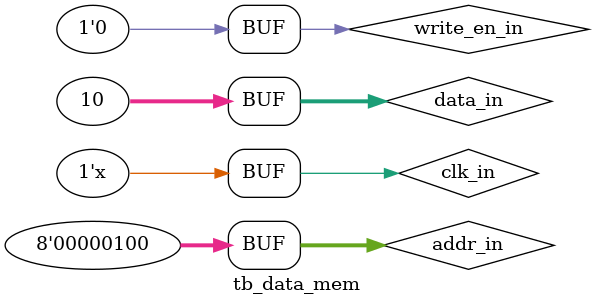
<source format=v>
`timescale 1ns / 1ps


module tb_data_mem;

	// Inputs
	reg clk_in;
	reg write_en_in;
	reg [7:0] addr_in;
	reg [31:0] data_in;

	// Outputs
	wire [31:0] data_out;

	// Instantiate the Unit Under Test (UUT)
	data_memory uut (
		.clk_in(clk_in), 
		.write_en_in(write_en_in), 
		.addr_in(addr_in), 
		.data_in(data_in), 
		.data_out(data_out)
	);
	
	always #5 clk_in=~clk_in;
	initial begin
		// Initialize Inputs
		clk_in = 0;
		write_en_in = 0;
		addr_in = 0;
		data_in = 0;

		// Wait 100 ns for global reset to finish
		#100;
		
		addr_in=3;
		#100;
		addr_in=4;
		#100;
		data_in=10;#1;
		write_en_in=1;
		#10;write_en_in=0;
		#100;
        
		// Add stimulus here

	end
      
endmodule


</source>
